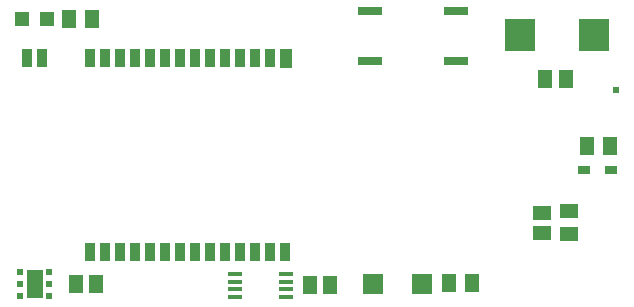
<source format=gbr>
G04 EAGLE Gerber RS-274X export*
G75*
%MOMM*%
%FSLAX34Y34*%
%LPD*%
%INSolderpaste Top*%
%IPPOS*%
%AMOC8*
5,1,8,0,0,1.08239X$1,22.5*%
G01*
%ADD10R,0.940000X1.600000*%
%ADD11C,0.037600*%
%ADD12R,0.500000X0.500000*%
%ADD13R,1.450000X2.400000*%
%ADD14R,2.550000X2.700000*%
%ADD15R,1.000000X0.800000*%
%ADD16R,1.300000X1.600000*%
%ADD17R,1.600000X1.300000*%
%ADD18R,1.500000X1.300000*%
%ADD19R,0.508000X0.508000*%
%ADD20R,1.800000X1.700000*%
%ADD21R,1.200000X1.200000*%
%ADD22R,1.300000X1.500000*%
%ADD23R,2.000000X0.800000*%
%ADD24R,1.200000X0.450000*%


D10*
X241166Y54407D03*
X228466Y54407D03*
X215766Y54407D03*
X203066Y54407D03*
X190366Y54407D03*
X177666Y54407D03*
X164966Y54407D03*
X152266Y54407D03*
X139566Y54407D03*
X126866Y54407D03*
X114166Y54407D03*
X101466Y54407D03*
X88766Y54407D03*
D11*
X245678Y210785D02*
X245678Y226409D01*
X245678Y210785D02*
X236654Y210785D01*
X236654Y226409D01*
X245678Y226409D01*
X245678Y211142D02*
X236654Y211142D01*
X236654Y211499D02*
X245678Y211499D01*
X245678Y211856D02*
X236654Y211856D01*
X236654Y212213D02*
X245678Y212213D01*
X245678Y212570D02*
X236654Y212570D01*
X236654Y212927D02*
X245678Y212927D01*
X245678Y213284D02*
X236654Y213284D01*
X236654Y213641D02*
X245678Y213641D01*
X245678Y213998D02*
X236654Y213998D01*
X236654Y214355D02*
X245678Y214355D01*
X245678Y214712D02*
X236654Y214712D01*
X236654Y215069D02*
X245678Y215069D01*
X245678Y215426D02*
X236654Y215426D01*
X236654Y215783D02*
X245678Y215783D01*
X245678Y216140D02*
X236654Y216140D01*
X236654Y216497D02*
X245678Y216497D01*
X245678Y216854D02*
X236654Y216854D01*
X236654Y217211D02*
X245678Y217211D01*
X245678Y217568D02*
X236654Y217568D01*
X236654Y217925D02*
X245678Y217925D01*
X245678Y218282D02*
X236654Y218282D01*
X236654Y218639D02*
X245678Y218639D01*
X245678Y218996D02*
X236654Y218996D01*
X236654Y219353D02*
X245678Y219353D01*
X245678Y219710D02*
X236654Y219710D01*
X236654Y220067D02*
X245678Y220067D01*
X245678Y220424D02*
X236654Y220424D01*
X236654Y220781D02*
X245678Y220781D01*
X245678Y221138D02*
X236654Y221138D01*
X236654Y221495D02*
X245678Y221495D01*
X245678Y221852D02*
X236654Y221852D01*
X236654Y222209D02*
X245678Y222209D01*
X245678Y222566D02*
X236654Y222566D01*
X236654Y222923D02*
X245678Y222923D01*
X245678Y223280D02*
X236654Y223280D01*
X236654Y223637D02*
X245678Y223637D01*
X245678Y223994D02*
X236654Y223994D01*
X236654Y224351D02*
X245678Y224351D01*
X245678Y224708D02*
X236654Y224708D01*
X236654Y225065D02*
X245678Y225065D01*
X245678Y225422D02*
X236654Y225422D01*
X236654Y225779D02*
X245678Y225779D01*
X245678Y226136D02*
X236654Y226136D01*
D10*
X228466Y218597D03*
X215766Y218597D03*
X203066Y218597D03*
X190366Y218597D03*
X177666Y218597D03*
X164966Y218597D03*
X152266Y218597D03*
X139566Y218597D03*
X126866Y218597D03*
X114166Y218597D03*
X101466Y218597D03*
X88766Y218597D03*
X35166Y218597D03*
X22466Y218597D03*
X76066Y54407D03*
X76066Y218597D03*
D12*
X16500Y37250D03*
X16500Y27250D03*
X16500Y17250D03*
X41500Y37250D03*
X41500Y27250D03*
X41500Y17250D03*
D13*
X29127Y27266D03*
D14*
X439600Y238000D03*
X503000Y238000D03*
D15*
X516750Y123750D03*
X493750Y123750D03*
D16*
X497000Y143750D03*
X516000Y143750D03*
D17*
X481500Y69750D03*
X481500Y88750D03*
D18*
X459000Y87750D03*
X459000Y70750D03*
D19*
X517750Y143750D03*
X521500Y191250D03*
D20*
X315750Y27000D03*
X356750Y27000D03*
D16*
X399250Y28000D03*
X380250Y28000D03*
X77250Y251250D03*
X58250Y251250D03*
D21*
X39500Y251250D03*
X18500Y251250D03*
D22*
X64250Y27500D03*
X81250Y27500D03*
X478500Y201000D03*
X461500Y201000D03*
D23*
X386000Y216000D03*
X386000Y258000D03*
X313000Y216000D03*
X313000Y258000D03*
D24*
X198250Y35750D03*
X198250Y29250D03*
X198250Y22750D03*
X198250Y16250D03*
X241750Y16250D03*
X241750Y22750D03*
X241750Y29250D03*
X241750Y35750D03*
D22*
X262500Y26000D03*
X279500Y26000D03*
M02*

</source>
